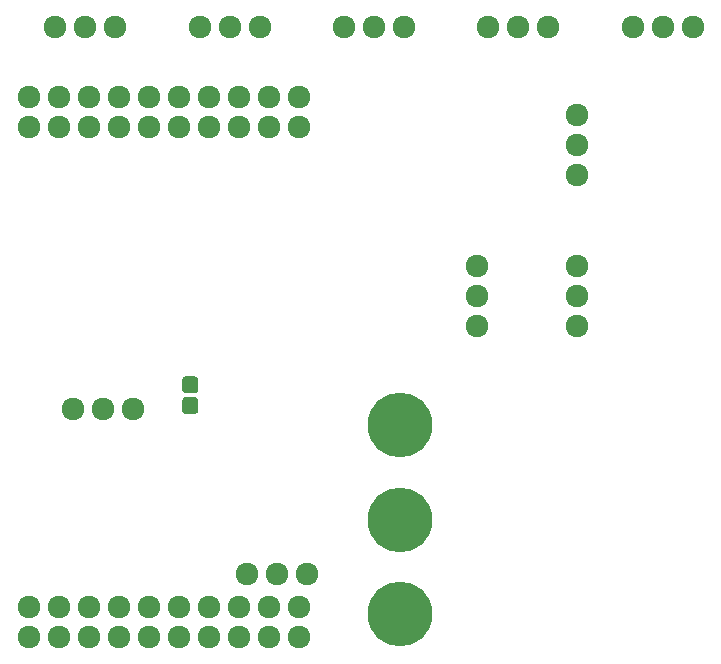
<source format=gbr>
G04 #@! TF.GenerationSoftware,KiCad,Pcbnew,(5.0.0)*
G04 #@! TF.CreationDate,2018-12-16T13:09:34-06:00*
G04 #@! TF.ProjectId,ShimbleBoard_Hardware,5368696D626C65426F6172645F486172,rev?*
G04 #@! TF.SameCoordinates,Original*
G04 #@! TF.FileFunction,Soldermask,Bot*
G04 #@! TF.FilePolarity,Negative*
%FSLAX46Y46*%
G04 Gerber Fmt 4.6, Leading zero omitted, Abs format (unit mm)*
G04 Created by KiCad (PCBNEW (5.0.0)) date 12/16/18 13:09:34*
%MOMM*%
%LPD*%
G01*
G04 APERTURE LIST*
%ADD10C,1.924000*%
%ADD11C,5.480000*%
%ADD12C,1.920000*%
%ADD13C,0.100000*%
%ADD14C,1.350000*%
G04 APERTURE END LIST*
D10*
G04 #@! TO.C,Conn6*
X145415000Y-75073001D03*
X147955000Y-75073001D03*
X150495000Y-75073001D03*
G04 #@! TD*
G04 #@! TO.C,Conn2*
X96510001Y-75073001D03*
X99050001Y-75073001D03*
X101590001Y-75073001D03*
G04 #@! TD*
G04 #@! TO.C,Conn3*
X108736250Y-75073001D03*
X111276250Y-75073001D03*
X113816250Y-75073001D03*
G04 #@! TD*
G04 #@! TO.C,Conn4*
X120962499Y-75073001D03*
X123502499Y-75073001D03*
X126042499Y-75073001D03*
G04 #@! TD*
G04 #@! TO.C,Conn5*
X133188748Y-75073001D03*
X135728748Y-75073001D03*
X138268748Y-75073001D03*
G04 #@! TD*
G04 #@! TO.C,Conn7*
X140705043Y-82550000D03*
X140705043Y-85090000D03*
X140705043Y-87630000D03*
G04 #@! TD*
G04 #@! TO.C,Conn8*
X140705043Y-95334522D03*
X140705043Y-97874522D03*
X140705043Y-100414522D03*
G04 #@! TD*
D11*
G04 #@! TO.C,Conn1*
X125704600Y-124840000D03*
X125704600Y-116839000D03*
X125704600Y-108840000D03*
G04 #@! TD*
D10*
G04 #@! TO.C,U2*
X103124000Y-107442000D03*
X100584000Y-107442000D03*
X98044000Y-107442000D03*
G04 #@! TD*
D12*
G04 #@! TO.C,U1*
X99339001Y-81025001D03*
X96799001Y-81025001D03*
X94259001Y-81025001D03*
X117119001Y-83565001D03*
X114579001Y-83565001D03*
X112039001Y-83565001D03*
X109499001Y-83565001D03*
X106959001Y-83565001D03*
X104419001Y-83565001D03*
X101879001Y-83565001D03*
X99339001Y-83565001D03*
X96799001Y-83565001D03*
X94259001Y-83565001D03*
X117119001Y-126745001D03*
X112039001Y-126745001D03*
X106959001Y-126745001D03*
X104419001Y-126745001D03*
X101879001Y-126745001D03*
X99339001Y-126745001D03*
X96799001Y-126745001D03*
X117119001Y-124205001D03*
X112039001Y-124205001D03*
X101879001Y-124205001D03*
X99339001Y-124205001D03*
X96799001Y-124205001D03*
X94259001Y-124205001D03*
X106959001Y-124205001D03*
X109499001Y-124205001D03*
X114579001Y-126745001D03*
X101879001Y-81025001D03*
X104419001Y-81025001D03*
X114579001Y-124205001D03*
X109499001Y-126745001D03*
X112039001Y-81025001D03*
X109499001Y-81025001D03*
X104419001Y-124205001D03*
X106959001Y-81025001D03*
X114579001Y-81025001D03*
X117119001Y-81025001D03*
X94259001Y-126745001D03*
G04 #@! TD*
D13*
G04 #@! TO.C,C2*
G36*
X108320581Y-104686625D02*
X108353343Y-104691485D01*
X108385471Y-104699533D01*
X108416656Y-104710691D01*
X108446596Y-104724852D01*
X108475005Y-104741879D01*
X108501608Y-104761609D01*
X108526149Y-104783851D01*
X108548391Y-104808392D01*
X108568121Y-104834995D01*
X108585148Y-104863404D01*
X108599309Y-104893344D01*
X108610467Y-104924529D01*
X108618515Y-104956657D01*
X108623375Y-104989419D01*
X108625000Y-105022500D01*
X108625000Y-105797500D01*
X108623375Y-105830581D01*
X108618515Y-105863343D01*
X108610467Y-105895471D01*
X108599309Y-105926656D01*
X108585148Y-105956596D01*
X108568121Y-105985005D01*
X108548391Y-106011608D01*
X108526149Y-106036149D01*
X108501608Y-106058391D01*
X108475005Y-106078121D01*
X108446596Y-106095148D01*
X108416656Y-106109309D01*
X108385471Y-106120467D01*
X108353343Y-106128515D01*
X108320581Y-106133375D01*
X108287500Y-106135000D01*
X107612500Y-106135000D01*
X107579419Y-106133375D01*
X107546657Y-106128515D01*
X107514529Y-106120467D01*
X107483344Y-106109309D01*
X107453404Y-106095148D01*
X107424995Y-106078121D01*
X107398392Y-106058391D01*
X107373851Y-106036149D01*
X107351609Y-106011608D01*
X107331879Y-105985005D01*
X107314852Y-105956596D01*
X107300691Y-105926656D01*
X107289533Y-105895471D01*
X107281485Y-105863343D01*
X107276625Y-105830581D01*
X107275000Y-105797500D01*
X107275000Y-105022500D01*
X107276625Y-104989419D01*
X107281485Y-104956657D01*
X107289533Y-104924529D01*
X107300691Y-104893344D01*
X107314852Y-104863404D01*
X107331879Y-104834995D01*
X107351609Y-104808392D01*
X107373851Y-104783851D01*
X107398392Y-104761609D01*
X107424995Y-104741879D01*
X107453404Y-104724852D01*
X107483344Y-104710691D01*
X107514529Y-104699533D01*
X107546657Y-104691485D01*
X107579419Y-104686625D01*
X107612500Y-104685000D01*
X108287500Y-104685000D01*
X108320581Y-104686625D01*
X108320581Y-104686625D01*
G37*
D14*
X107950000Y-105410000D03*
D13*
G36*
X108320581Y-106436625D02*
X108353343Y-106441485D01*
X108385471Y-106449533D01*
X108416656Y-106460691D01*
X108446596Y-106474852D01*
X108475005Y-106491879D01*
X108501608Y-106511609D01*
X108526149Y-106533851D01*
X108548391Y-106558392D01*
X108568121Y-106584995D01*
X108585148Y-106613404D01*
X108599309Y-106643344D01*
X108610467Y-106674529D01*
X108618515Y-106706657D01*
X108623375Y-106739419D01*
X108625000Y-106772500D01*
X108625000Y-107547500D01*
X108623375Y-107580581D01*
X108618515Y-107613343D01*
X108610467Y-107645471D01*
X108599309Y-107676656D01*
X108585148Y-107706596D01*
X108568121Y-107735005D01*
X108548391Y-107761608D01*
X108526149Y-107786149D01*
X108501608Y-107808391D01*
X108475005Y-107828121D01*
X108446596Y-107845148D01*
X108416656Y-107859309D01*
X108385471Y-107870467D01*
X108353343Y-107878515D01*
X108320581Y-107883375D01*
X108287500Y-107885000D01*
X107612500Y-107885000D01*
X107579419Y-107883375D01*
X107546657Y-107878515D01*
X107514529Y-107870467D01*
X107483344Y-107859309D01*
X107453404Y-107845148D01*
X107424995Y-107828121D01*
X107398392Y-107808391D01*
X107373851Y-107786149D01*
X107351609Y-107761608D01*
X107331879Y-107735005D01*
X107314852Y-107706596D01*
X107300691Y-107676656D01*
X107289533Y-107645471D01*
X107281485Y-107613343D01*
X107276625Y-107580581D01*
X107275000Y-107547500D01*
X107275000Y-106772500D01*
X107276625Y-106739419D01*
X107281485Y-106706657D01*
X107289533Y-106674529D01*
X107300691Y-106643344D01*
X107314852Y-106613404D01*
X107331879Y-106584995D01*
X107351609Y-106558392D01*
X107373851Y-106533851D01*
X107398392Y-106511609D01*
X107424995Y-106491879D01*
X107453404Y-106474852D01*
X107483344Y-106460691D01*
X107514529Y-106449533D01*
X107546657Y-106441485D01*
X107579419Y-106436625D01*
X107612500Y-106435000D01*
X108287500Y-106435000D01*
X108320581Y-106436625D01*
X108320581Y-106436625D01*
G37*
D14*
X107950000Y-107160000D03*
G04 #@! TD*
D10*
G04 #@! TO.C,Conn9*
X132207000Y-100393500D03*
X132207000Y-97853500D03*
X132207000Y-95313500D03*
G04 #@! TD*
G04 #@! TO.C,U3*
X117856000Y-121412000D03*
X115316000Y-121412000D03*
X112776000Y-121412000D03*
G04 #@! TD*
M02*

</source>
